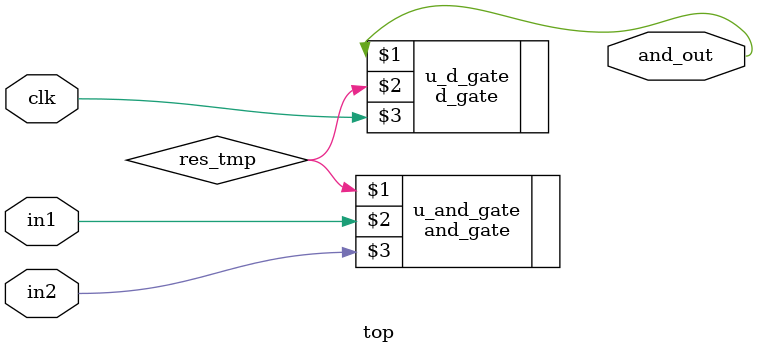
<source format=v>
module top
(
    output and_out,
    input in1, in2, clk
);

    wire res_tmp;
    and_gate u_and_gate(res_tmp, in1, in2);
    d_gate u_d_gate(and_out, res_tmp, clk);

endmodule

</source>
